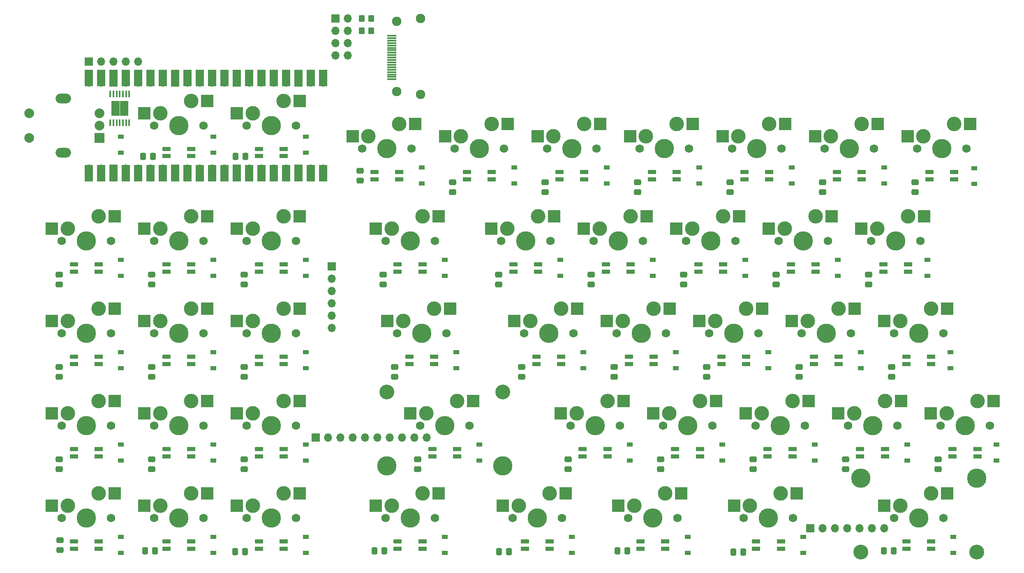
<source format=gbs>
%TF.GenerationSoftware,KiCad,Pcbnew,(6.0.5)*%
%TF.CreationDate,2022-07-14T01:39:24-06:00*%
%TF.ProjectId,kb,6b622e6b-6963-4616-945f-706362585858,rev?*%
%TF.SameCoordinates,Original*%
%TF.FileFunction,Soldermask,Bot*%
%TF.FilePolarity,Negative*%
%FSLAX46Y46*%
G04 Gerber Fmt 4.6, Leading zero omitted, Abs format (unit mm)*
G04 Created by KiCad (PCBNEW (6.0.5)) date 2022-07-14 01:39:24*
%MOMM*%
%LPD*%
G01*
G04 APERTURE LIST*
G04 Aperture macros list*
%AMRoundRect*
0 Rectangle with rounded corners*
0 $1 Rounding radius*
0 $2 $3 $4 $5 $6 $7 $8 $9 X,Y pos of 4 corners*
0 Add a 4 corners polygon primitive as box body*
4,1,4,$2,$3,$4,$5,$6,$7,$8,$9,$2,$3,0*
0 Add four circle primitives for the rounded corners*
1,1,$1+$1,$2,$3*
1,1,$1+$1,$4,$5*
1,1,$1+$1,$6,$7*
1,1,$1+$1,$8,$9*
0 Add four rect primitives between the rounded corners*
20,1,$1+$1,$2,$3,$4,$5,0*
20,1,$1+$1,$4,$5,$6,$7,0*
20,1,$1+$1,$6,$7,$8,$9,0*
20,1,$1+$1,$8,$9,$2,$3,0*%
G04 Aperture macros list end*
%ADD10RoundRect,0.250000X0.350000X0.450000X-0.350000X0.450000X-0.350000X-0.450000X0.350000X-0.450000X0*%
%ADD11C,3.987800*%
%ADD12C,1.750000*%
%ADD13C,3.000000*%
%ADD14R,2.550000X2.500000*%
%ADD15R,1.700000X1.700000*%
%ADD16O,1.700000X1.700000*%
%ADD17O,3.200000X2.000000*%
%ADD18R,2.000000X2.000000*%
%ADD19C,2.000000*%
%ADD20C,3.048000*%
%ADD21RoundRect,0.250000X0.475000X-0.337500X0.475000X0.337500X-0.475000X0.337500X-0.475000X-0.337500X0*%
%ADD22R,1.200000X0.900000*%
%ADD23RoundRect,0.250000X-0.475000X0.337500X-0.475000X-0.337500X0.475000X-0.337500X0.475000X0.337500X0*%
%ADD24R,1.700000X0.820000*%
%ADD25RoundRect,0.205000X0.645000X0.205000X-0.645000X0.205000X-0.645000X-0.205000X0.645000X-0.205000X0*%
%ADD26RoundRect,0.250000X0.337500X0.475000X-0.337500X0.475000X-0.337500X-0.475000X0.337500X-0.475000X0*%
%ADD27R,1.700000X3.500000*%
%ADD28R,1.900000X0.300000*%
%ADD29C,1.950000*%
%ADD30R,0.450000X1.450000*%
%ADD31R,1.800000X1.500000*%
G04 APERTURE END LIST*
D10*
%TO.C,R2*%
X95996000Y-47117000D03*
X93996000Y-47117000D03*
%TD*%
%TO.C,R1*%
X95996000Y-44577000D03*
X93996000Y-44577000D03*
%TD*%
D11*
%TO.C,MX22*%
X132556250Y-109537500D03*
D12*
X127476250Y-109537500D03*
D13*
X135096250Y-104457500D03*
D12*
X137636250Y-109537500D03*
D13*
X128746250Y-106997500D03*
D14*
X125471250Y-106997500D03*
X138398250Y-104457500D03*
%TD*%
D12*
%TO.C,MX14*%
X141763750Y-90487500D03*
X151923750Y-90487500D03*
D11*
X146843750Y-90487500D03*
D13*
X143033750Y-87947500D03*
X149383750Y-85407500D03*
D14*
X139758750Y-87947500D03*
X152685750Y-85407500D03*
%TD*%
D12*
%TO.C,MX2*%
X80486250Y-66675000D03*
D13*
X71596250Y-64135000D03*
D12*
X70326250Y-66675000D03*
D11*
X75406250Y-66675000D03*
D13*
X77946250Y-61595000D03*
D14*
X68321250Y-64135000D03*
X81248250Y-61595000D03*
%TD*%
D15*
%TO.C,J6*%
X87884000Y-95758000D03*
D16*
X87884000Y-98298000D03*
X87884000Y-100838000D03*
X87884000Y-103378000D03*
X87884000Y-105918000D03*
X87884000Y-108458000D03*
%TD*%
D12*
%TO.C,MX24*%
X175736250Y-109537500D03*
D11*
X170656250Y-109537500D03*
D12*
X165576250Y-109537500D03*
D13*
X166846250Y-106997500D03*
X173196250Y-104457500D03*
D14*
X163571250Y-106997500D03*
X176498250Y-104457500D03*
%TD*%
D17*
%TO.C,SW1*%
X32543750Y-61075000D03*
X32543750Y-72275000D03*
D18*
X40043750Y-69175000D03*
D19*
X40043750Y-64175000D03*
X40043750Y-66675000D03*
X25543750Y-64175000D03*
X25543750Y-69175000D03*
%TD*%
D12*
%TO.C,MX34*%
X204311250Y-128587500D03*
D13*
X201771250Y-123507500D03*
D11*
X199231250Y-128587500D03*
D12*
X194151250Y-128587500D03*
D13*
X195421250Y-126047500D03*
D14*
X192146250Y-126047500D03*
X205073250Y-123507500D03*
%TD*%
D15*
%TO.C,J5*%
X186436000Y-149733000D03*
D16*
X188976000Y-149733000D03*
X191516000Y-149733000D03*
X194056000Y-149733000D03*
X196596000Y-149733000D03*
X199136000Y-149733000D03*
X201676000Y-149733000D03*
%TD*%
D13*
%TO.C,MX15*%
X168433750Y-85407500D03*
D12*
X170973750Y-90487500D03*
X160813750Y-90487500D03*
D13*
X162083750Y-87947500D03*
D11*
X165893750Y-90487500D03*
D14*
X158808750Y-87947500D03*
X171735750Y-85407500D03*
%TD*%
D12*
%TO.C,MX43*%
X213836250Y-147637500D03*
D20*
X220694250Y-154622500D03*
X196818250Y-154622500D03*
D13*
X204946250Y-145097500D03*
D11*
X220694250Y-139382500D03*
D13*
X211296250Y-142557500D03*
D11*
X196818250Y-139382500D03*
D12*
X203676250Y-147637500D03*
D11*
X208756250Y-147637500D03*
D14*
X201671250Y-145097500D03*
X214598250Y-142557500D03*
%TD*%
D12*
%TO.C,MX18*%
X32226250Y-109537500D03*
D13*
X39846250Y-104457500D03*
X33496250Y-106997500D03*
D12*
X42386250Y-109537500D03*
D11*
X37306250Y-109537500D03*
D14*
X30221250Y-106997500D03*
X43148250Y-104457500D03*
%TD*%
D12*
%TO.C,MX7*%
X180498750Y-71437500D03*
X170338750Y-71437500D03*
D11*
X175418750Y-71437500D03*
D13*
X177958750Y-66357500D03*
X171608750Y-68897500D03*
D14*
X168333750Y-68897500D03*
X181260750Y-66357500D03*
%TD*%
D15*
%TO.C,J3*%
X37782500Y-53467000D03*
D16*
X40322500Y-53467000D03*
X42862500Y-53467000D03*
X45402500Y-53467000D03*
X47942500Y-53467000D03*
%TD*%
D13*
%TO.C,MX26*%
X211296250Y-104457500D03*
D12*
X213836250Y-109537500D03*
D11*
X208756250Y-109537500D03*
D13*
X204946250Y-106997500D03*
D12*
X203676250Y-109537500D03*
D14*
X201671250Y-106997500D03*
X214598250Y-104457500D03*
%TD*%
D12*
%TO.C,MX10*%
X61436250Y-90487500D03*
D13*
X58896250Y-85407500D03*
X52546250Y-87947500D03*
D11*
X56356250Y-90487500D03*
D12*
X51276250Y-90487500D03*
D14*
X49271250Y-87947500D03*
X62198250Y-85407500D03*
%TD*%
D12*
%TO.C,MX11*%
X80486250Y-90487500D03*
X70326250Y-90487500D03*
D13*
X71596250Y-87947500D03*
X77946250Y-85407500D03*
D11*
X75406250Y-90487500D03*
D14*
X68321250Y-87947500D03*
X81248250Y-85407500D03*
%TD*%
D12*
%TO.C,MX27*%
X32226250Y-128587500D03*
D13*
X33496250Y-126047500D03*
X39846250Y-123507500D03*
D12*
X42386250Y-128587500D03*
D11*
X37306250Y-128587500D03*
D14*
X30221250Y-126047500D03*
X43148250Y-123507500D03*
%TD*%
D12*
%TO.C,MX25*%
X194786250Y-109537500D03*
D13*
X192246250Y-104457500D03*
D12*
X184626250Y-109537500D03*
D11*
X189706250Y-109537500D03*
D13*
X185896250Y-106997500D03*
D14*
X182621250Y-106997500D03*
X195548250Y-104457500D03*
%TD*%
D13*
%TO.C,MX21*%
X102552500Y-106997500D03*
X108902500Y-104457500D03*
D12*
X101282500Y-109537500D03*
D11*
X106362500Y-109537500D03*
D12*
X111442500Y-109537500D03*
D14*
X99277500Y-106997500D03*
X112204500Y-104457500D03*
%TD*%
D12*
%TO.C,MX37*%
X61436250Y-147637500D03*
X51276250Y-147637500D03*
D13*
X52546250Y-145097500D03*
X58896250Y-142557500D03*
D11*
X56356250Y-147637500D03*
D14*
X49271250Y-145097500D03*
X62198250Y-142557500D03*
%TD*%
D12*
%TO.C,MX13*%
X132873750Y-90487500D03*
X122713750Y-90487500D03*
D13*
X130333750Y-85407500D03*
X123983750Y-87947500D03*
D11*
X127793750Y-90487500D03*
D14*
X120708750Y-87947500D03*
X133635750Y-85407500D03*
%TD*%
D13*
%TO.C,MX35*%
X214471250Y-126047500D03*
X220821250Y-123507500D03*
D12*
X213201250Y-128587500D03*
D11*
X218281250Y-128587500D03*
D12*
X223361250Y-128587500D03*
D14*
X211196250Y-126047500D03*
X224123250Y-123507500D03*
%TD*%
D13*
%TO.C,MX28*%
X58896250Y-123507500D03*
D12*
X51276250Y-128587500D03*
X61436250Y-128587500D03*
D11*
X56356250Y-128587500D03*
D13*
X52546250Y-126047500D03*
D14*
X49271250Y-126047500D03*
X62198250Y-123507500D03*
%TD*%
D13*
%TO.C,MX3*%
X101758750Y-66357500D03*
D12*
X94138750Y-71437500D03*
D11*
X99218750Y-71437500D03*
D13*
X95408750Y-68897500D03*
D12*
X104298750Y-71437500D03*
D14*
X92133750Y-68897500D03*
X105060750Y-66357500D03*
%TD*%
D15*
%TO.C,J4*%
X84587000Y-131064000D03*
D16*
X87127000Y-131064000D03*
X89667000Y-131064000D03*
X92207000Y-131064000D03*
X94747000Y-131064000D03*
X97287000Y-131064000D03*
X99827000Y-131064000D03*
X102367000Y-131064000D03*
X104907000Y-131064000D03*
X107447000Y-131064000D03*
%TD*%
D13*
%TO.C,MX9*%
X39846250Y-85407500D03*
X33496250Y-87947500D03*
D11*
X37306250Y-90487500D03*
D12*
X42386250Y-90487500D03*
X32226250Y-90487500D03*
D14*
X30221250Y-87947500D03*
X43148250Y-85407500D03*
%TD*%
D13*
%TO.C,MX1*%
X58896250Y-61595000D03*
D12*
X61436250Y-66675000D03*
D13*
X52546250Y-64135000D03*
D12*
X51276250Y-66675000D03*
D11*
X56356250Y-66675000D03*
D14*
X49271250Y-64135000D03*
X62198250Y-61595000D03*
%TD*%
D13*
%TO.C,MX32*%
X163671250Y-123507500D03*
X157321250Y-126047500D03*
D11*
X161131250Y-128587500D03*
D12*
X156051250Y-128587500D03*
X166211250Y-128587500D03*
D14*
X154046250Y-126047500D03*
X166973250Y-123507500D03*
%TD*%
D11*
%TO.C,MX40*%
X130175000Y-147637500D03*
D12*
X125095000Y-147637500D03*
D13*
X132715000Y-142557500D03*
D12*
X135255000Y-147637500D03*
D13*
X126365000Y-145097500D03*
D14*
X123090000Y-145097500D03*
X136017000Y-142557500D03*
%TD*%
D13*
%TO.C,MX5*%
X133508750Y-68897500D03*
D11*
X137318750Y-71437500D03*
D13*
X139858750Y-66357500D03*
D12*
X132238750Y-71437500D03*
X142398750Y-71437500D03*
D14*
X130233750Y-68897500D03*
X143160750Y-66357500D03*
%TD*%
D12*
%TO.C,MX39*%
X98901250Y-147637500D03*
D11*
X103981250Y-147637500D03*
D12*
X109061250Y-147637500D03*
D13*
X100171250Y-145097500D03*
X106521250Y-142557500D03*
D14*
X96896250Y-145097500D03*
X109823250Y-142557500D03*
%TD*%
D12*
%TO.C,MX16*%
X190023750Y-90487500D03*
D11*
X184943750Y-90487500D03*
D13*
X187483750Y-85407500D03*
D12*
X179863750Y-90487500D03*
D13*
X181133750Y-87947500D03*
D14*
X177858750Y-87947500D03*
X190785750Y-85407500D03*
%TD*%
D12*
%TO.C,MX38*%
X70326250Y-147637500D03*
D11*
X75406250Y-147637500D03*
D12*
X80486250Y-147637500D03*
D13*
X71596250Y-145097500D03*
X77946250Y-142557500D03*
D14*
X68321250Y-145097500D03*
X81248250Y-142557500D03*
%TD*%
D13*
%TO.C,MX31*%
X138271250Y-126047500D03*
D12*
X147161250Y-128587500D03*
X137001250Y-128587500D03*
D13*
X144621250Y-123507500D03*
D11*
X142081250Y-128587500D03*
D14*
X134996250Y-126047500D03*
X147923250Y-123507500D03*
%TD*%
D12*
%TO.C,MX8*%
X199548750Y-71437500D03*
D11*
X194468750Y-71437500D03*
D12*
X189388750Y-71437500D03*
D13*
X197008750Y-66357500D03*
X190658750Y-68897500D03*
D14*
X187383750Y-68897500D03*
X200310750Y-66357500D03*
%TD*%
D13*
%TO.C,MX41*%
X156527500Y-142557500D03*
D11*
X153987500Y-147637500D03*
D12*
X159067500Y-147637500D03*
X148907500Y-147637500D03*
D13*
X150177500Y-145097500D03*
D14*
X146902500Y-145097500D03*
X159829500Y-142557500D03*
%TD*%
D13*
%TO.C,MX20*%
X71596250Y-106997500D03*
D12*
X70326250Y-109537500D03*
D13*
X77946250Y-104457500D03*
D11*
X75406250Y-109537500D03*
D12*
X80486250Y-109537500D03*
D14*
X68321250Y-106997500D03*
X81248250Y-104457500D03*
%TD*%
D12*
%TO.C,MX17*%
X209073750Y-90487500D03*
D11*
X203993750Y-90487500D03*
D12*
X198913750Y-90487500D03*
D13*
X200183750Y-87947500D03*
X206533750Y-85407500D03*
D14*
X196908750Y-87947500D03*
X209835750Y-85407500D03*
%TD*%
D13*
%TO.C,MX4*%
X114458750Y-68897500D03*
D12*
X123348750Y-71437500D03*
D11*
X118268750Y-71437500D03*
D13*
X120808750Y-66357500D03*
D12*
X113188750Y-71437500D03*
D14*
X111183750Y-68897500D03*
X124110750Y-66357500D03*
%TD*%
D12*
%TO.C,MX42*%
X172720000Y-147637500D03*
X182880000Y-147637500D03*
D13*
X173990000Y-145097500D03*
D11*
X177800000Y-147637500D03*
D13*
X180340000Y-142557500D03*
D14*
X170715000Y-145097500D03*
X183642000Y-142557500D03*
%TD*%
D15*
%TO.C,J1*%
X88646000Y-44577000D03*
D16*
X91186000Y-44577000D03*
X88646000Y-47117000D03*
X91186000Y-47117000D03*
X88646000Y-49657000D03*
X91186000Y-49657000D03*
X88646000Y-52197000D03*
X91186000Y-52197000D03*
%TD*%
D12*
%TO.C,MX23*%
X156686250Y-109537500D03*
D11*
X151606250Y-109537500D03*
D12*
X146526250Y-109537500D03*
D13*
X147796250Y-106997500D03*
X154146250Y-104457500D03*
D14*
X144521250Y-106997500D03*
X157448250Y-104457500D03*
%TD*%
D13*
%TO.C,MX33*%
X182721250Y-123507500D03*
D12*
X185261250Y-128587500D03*
X175101250Y-128587500D03*
D11*
X180181250Y-128587500D03*
D13*
X176371250Y-126047500D03*
D14*
X173096250Y-126047500D03*
X186023250Y-123507500D03*
%TD*%
D13*
%TO.C,MX36*%
X39846250Y-142557500D03*
X33496250Y-145097500D03*
D12*
X42386250Y-147637500D03*
X32226250Y-147637500D03*
D11*
X37306250Y-147637500D03*
D14*
X30221250Y-145097500D03*
X43148250Y-142557500D03*
%TD*%
D12*
%TO.C,MX12*%
X109061250Y-90487500D03*
D11*
X103981250Y-90487500D03*
D13*
X106521250Y-85407500D03*
D12*
X98901250Y-90487500D03*
D13*
X100171250Y-87947500D03*
D14*
X96896250Y-87947500D03*
X109823250Y-85407500D03*
%TD*%
D12*
%TO.C,MX30*%
X116205000Y-128587500D03*
D11*
X111125000Y-128587500D03*
X123063000Y-136842500D03*
D20*
X123063000Y-121602500D03*
D11*
X99187000Y-136842500D03*
D13*
X113665000Y-123507500D03*
X107315000Y-126047500D03*
D20*
X99187000Y-121602500D03*
D12*
X106045000Y-128587500D03*
D14*
X104040000Y-126047500D03*
X116967000Y-123507500D03*
%TD*%
D11*
%TO.C,MX29*%
X75406250Y-128587500D03*
D13*
X71596250Y-126047500D03*
D12*
X80486250Y-128587500D03*
X70326250Y-128587500D03*
D13*
X77946250Y-123507500D03*
D14*
X68321250Y-126047500D03*
X81248250Y-123507500D03*
%TD*%
D11*
%TO.C,MX19*%
X56356250Y-109537500D03*
D12*
X61436250Y-109537500D03*
X51276250Y-109537500D03*
D13*
X52546250Y-106997500D03*
X58896250Y-104457500D03*
D14*
X49271250Y-106997500D03*
X62198250Y-104457500D03*
%TD*%
D12*
%TO.C,MX6*%
X151288750Y-71437500D03*
D13*
X152558750Y-68897500D03*
D12*
X161448750Y-71437500D03*
D13*
X158908750Y-66357500D03*
D11*
X156368750Y-71437500D03*
D14*
X149283750Y-68897500D03*
X162210750Y-66357500D03*
%TD*%
D13*
%TO.C,MX44*%
X216058750Y-66357500D03*
D11*
X213518750Y-71437500D03*
D13*
X209708750Y-68897500D03*
D12*
X218598750Y-71437500D03*
X208438750Y-71437500D03*
D14*
X206433750Y-68897500D03*
X219360750Y-66357500D03*
%TD*%
D21*
%TO.C,C3*%
X93662500Y-78031250D03*
X93662500Y-75956250D03*
%TD*%
D22*
%TO.C,D26*%
X215265000Y-116743750D03*
X215265000Y-113443750D03*
%TD*%
%TO.C,D12*%
X111125000Y-97693750D03*
X111125000Y-94393750D03*
%TD*%
%TO.C,D38*%
X82550000Y-154843750D03*
X82550000Y-151543750D03*
%TD*%
%TO.C,D39*%
X111125000Y-154843750D03*
X111125000Y-151543750D03*
%TD*%
%TO.C,D36*%
X44450000Y-154843750D03*
X44450000Y-151543750D03*
%TD*%
D23*
%TO.C,C26*%
X203200000Y-116437500D03*
X203200000Y-118512500D03*
%TD*%
D24*
%TO.C,D110*%
X58906250Y-96793750D03*
X58906250Y-95293750D03*
D25*
X53806250Y-95293750D03*
D24*
X53806250Y-96793750D03*
%TD*%
D23*
%TO.C,C8*%
X188912500Y-78337500D03*
X188912500Y-80412500D03*
%TD*%
D24*
%TO.C,D138*%
X77956250Y-153943750D03*
X77956250Y-152443750D03*
D25*
X72856250Y-152443750D03*
D24*
X72856250Y-153943750D03*
%TD*%
%TO.C,D101*%
X58906250Y-72981250D03*
X58906250Y-71481250D03*
D25*
X53806250Y-71481250D03*
D24*
X53806250Y-72981250D03*
%TD*%
D22*
%TO.C,D40*%
X137318750Y-154843750D03*
X137318750Y-151543750D03*
%TD*%
%TO.C,D22*%
X139700000Y-116743750D03*
X139700000Y-113443750D03*
%TD*%
%TO.C,D29*%
X82550000Y-135793750D03*
X82550000Y-132493750D03*
%TD*%
D23*
%TO.C,C34*%
X193675000Y-135487500D03*
X193675000Y-137562500D03*
%TD*%
D24*
%TO.C,D130*%
X113675000Y-134893750D03*
X113675000Y-133393750D03*
D25*
X108575000Y-133393750D03*
D24*
X108575000Y-134893750D03*
%TD*%
D23*
%TO.C,C27*%
X31750000Y-135487500D03*
X31750000Y-137562500D03*
%TD*%
D24*
%TO.C,D117*%
X206543750Y-96793750D03*
X206543750Y-95293750D03*
D25*
X201443750Y-95293750D03*
D24*
X201443750Y-96793750D03*
%TD*%
%TO.C,D144*%
X216068750Y-77743750D03*
X216068750Y-76243750D03*
D25*
X210968750Y-76243750D03*
D24*
X210968750Y-77743750D03*
%TD*%
D23*
%TO.C,C32*%
X155575000Y-135487500D03*
X155575000Y-137562500D03*
%TD*%
D24*
%TO.C,D106*%
X158918750Y-77743750D03*
X158918750Y-76243750D03*
D25*
X153818750Y-76243750D03*
D24*
X153818750Y-77743750D03*
%TD*%
D26*
%TO.C,C40*%
X124354500Y-154559000D03*
X122279500Y-154559000D03*
%TD*%
D22*
%TO.C,D25*%
X196850000Y-116743750D03*
X196850000Y-113443750D03*
%TD*%
D24*
%TO.C,D137*%
X58906250Y-153943750D03*
X58906250Y-152443750D03*
D25*
X53806250Y-152443750D03*
D24*
X53806250Y-153943750D03*
%TD*%
D26*
%TO.C,C39*%
X98700500Y-154432000D03*
X96625500Y-154432000D03*
%TD*%
D22*
%TO.C,D8*%
X201612500Y-78643750D03*
X201612500Y-75343750D03*
%TD*%
%TO.C,D28*%
X63500000Y-135793750D03*
X63500000Y-132493750D03*
%TD*%
D24*
%TO.C,D128*%
X58906250Y-134893750D03*
X58906250Y-133393750D03*
D25*
X53806250Y-133393750D03*
D24*
X53806250Y-134893750D03*
%TD*%
%TO.C,D136*%
X39856250Y-153943750D03*
X39856250Y-152443750D03*
D25*
X34756250Y-152443750D03*
D24*
X34756250Y-153943750D03*
%TD*%
%TO.C,D109*%
X39856250Y-96793750D03*
X39856250Y-95293750D03*
D25*
X34756250Y-95293750D03*
D24*
X34756250Y-96793750D03*
%TD*%
%TO.C,D127*%
X39856250Y-134893750D03*
X39856250Y-133393750D03*
D25*
X34756250Y-133393750D03*
D24*
X34756250Y-134893750D03*
%TD*%
%TO.C,D119*%
X58906250Y-115843750D03*
X58906250Y-114343750D03*
D25*
X53806250Y-114343750D03*
D24*
X53806250Y-115843750D03*
%TD*%
D22*
%TO.C,D5*%
X144462500Y-78643750D03*
X144462500Y-75343750D03*
%TD*%
D23*
%TO.C,C30*%
X105568750Y-135487500D03*
X105568750Y-137562500D03*
%TD*%
D22*
%TO.C,D32*%
X168275000Y-135793750D03*
X168275000Y-132493750D03*
%TD*%
D23*
%TO.C,C17*%
X198437500Y-97387500D03*
X198437500Y-99462500D03*
%TD*%
D24*
%TO.C,D104*%
X120818750Y-77743750D03*
X120818750Y-76243750D03*
D25*
X115718750Y-76243750D03*
D24*
X115718750Y-77743750D03*
%TD*%
D23*
%TO.C,C19*%
X50800000Y-116437500D03*
X50800000Y-118512500D03*
%TD*%
D22*
%TO.C,D4*%
X125412500Y-78643750D03*
X125412500Y-75343750D03*
%TD*%
%TO.C,D35*%
X224790000Y-135793750D03*
X224790000Y-132493750D03*
%TD*%
%TO.C,D44*%
X220218000Y-78739000D03*
X220218000Y-75439000D03*
%TD*%
D26*
%TO.C,C2*%
X70093750Y-73025000D03*
X68018750Y-73025000D03*
%TD*%
D22*
%TO.C,D18*%
X44450000Y-116743750D03*
X44450000Y-113443750D03*
%TD*%
%TO.C,D11*%
X82550000Y-97693750D03*
X82550000Y-94393750D03*
%TD*%
D24*
%TO.C,D114*%
X149393750Y-96793750D03*
X149393750Y-95293750D03*
D25*
X144293750Y-95293750D03*
D24*
X144293750Y-96793750D03*
%TD*%
D26*
%TO.C,C43*%
X203602500Y-154432000D03*
X201527500Y-154432000D03*
%TD*%
D22*
%TO.C,D41*%
X161131250Y-154843750D03*
X161131250Y-151543750D03*
%TD*%
D26*
%TO.C,C42*%
X172614500Y-154686000D03*
X170539500Y-154686000D03*
%TD*%
D22*
%TO.C,D31*%
X149225000Y-135793750D03*
X149225000Y-132493750D03*
%TD*%
D24*
%TO.C,D132*%
X163681250Y-134893750D03*
X163681250Y-133393750D03*
D25*
X158581250Y-133393750D03*
D24*
X158581250Y-134893750D03*
%TD*%
D27*
%TO.C,U1*%
X37782500Y-56885000D03*
D16*
X37782500Y-57785000D03*
D27*
X40322500Y-56885000D03*
D16*
X40322500Y-57785000D03*
D27*
X42862500Y-56885000D03*
D15*
X42862500Y-57785000D03*
D27*
X45402500Y-56885000D03*
D16*
X45402500Y-57785000D03*
D27*
X47942500Y-56885000D03*
D16*
X47942500Y-57785000D03*
X50482500Y-57785000D03*
D27*
X50482500Y-56885000D03*
X53022500Y-56885000D03*
D16*
X53022500Y-57785000D03*
D15*
X55562500Y-57785000D03*
D27*
X55562500Y-56885000D03*
X58102500Y-56885000D03*
D16*
X58102500Y-57785000D03*
D27*
X60642500Y-56885000D03*
D16*
X60642500Y-57785000D03*
D27*
X63182500Y-56885000D03*
D16*
X63182500Y-57785000D03*
D27*
X65722500Y-56885000D03*
D16*
X65722500Y-57785000D03*
D15*
X68262500Y-57785000D03*
D27*
X68262500Y-56885000D03*
D16*
X70802500Y-57785000D03*
D27*
X70802500Y-56885000D03*
X73342500Y-56885000D03*
D16*
X73342500Y-57785000D03*
X75882500Y-57785000D03*
D27*
X75882500Y-56885000D03*
X78422500Y-56885000D03*
D16*
X78422500Y-57785000D03*
D15*
X80962500Y-57785000D03*
D27*
X80962500Y-56885000D03*
X83502500Y-56885000D03*
D16*
X83502500Y-57785000D03*
X86042500Y-57785000D03*
D27*
X86042500Y-56885000D03*
D16*
X86042500Y-75565000D03*
D27*
X86042500Y-76465000D03*
D16*
X83502500Y-75565000D03*
D27*
X83502500Y-76465000D03*
D15*
X80962500Y-75565000D03*
D27*
X80962500Y-76465000D03*
X78422500Y-76465000D03*
D16*
X78422500Y-75565000D03*
X75882500Y-75565000D03*
D27*
X75882500Y-76465000D03*
X73342500Y-76465000D03*
D16*
X73342500Y-75565000D03*
D27*
X70802500Y-76465000D03*
D16*
X70802500Y-75565000D03*
D15*
X68262500Y-75565000D03*
D27*
X68262500Y-76465000D03*
D16*
X65722500Y-75565000D03*
D27*
X65722500Y-76465000D03*
D16*
X63182500Y-75565000D03*
D27*
X63182500Y-76465000D03*
X60642500Y-76465000D03*
D16*
X60642500Y-75565000D03*
D27*
X58102500Y-76465000D03*
D16*
X58102500Y-75565000D03*
D15*
X55562500Y-75565000D03*
D27*
X55562500Y-76465000D03*
X53022500Y-76465000D03*
D16*
X53022500Y-75565000D03*
X50482500Y-75565000D03*
D27*
X50482500Y-76465000D03*
X47942500Y-76465000D03*
D16*
X47942500Y-75565000D03*
D27*
X45402500Y-76465000D03*
D16*
X45402500Y-75565000D03*
D15*
X42862500Y-75565000D03*
D27*
X42862500Y-76465000D03*
D16*
X40322500Y-75565000D03*
D27*
X40322500Y-76465000D03*
X37782500Y-76465000D03*
D16*
X37782500Y-75565000D03*
%TD*%
D24*
%TO.C,D108*%
X197018750Y-77743750D03*
X197018750Y-76243750D03*
D25*
X191918750Y-76243750D03*
D24*
X191918750Y-77743750D03*
%TD*%
D22*
%TO.C,D37*%
X63500000Y-154843750D03*
X63500000Y-151543750D03*
%TD*%
D24*
%TO.C,D121*%
X108912500Y-115843750D03*
X108912500Y-114343750D03*
D25*
X103812500Y-114343750D03*
D24*
X103812500Y-115843750D03*
%TD*%
%TO.C,D112*%
X106531250Y-96793750D03*
X106531250Y-95293750D03*
D25*
X101431250Y-95293750D03*
D24*
X101431250Y-96793750D03*
%TD*%
D22*
%TO.C,D42*%
X184943750Y-154843750D03*
X184943750Y-151543750D03*
%TD*%
D26*
%TO.C,C1*%
X51043750Y-73025000D03*
X48968750Y-73025000D03*
%TD*%
D21*
%TO.C,C36*%
X31877000Y-154231250D03*
X31877000Y-152156250D03*
%TD*%
D22*
%TO.C,D33*%
X187325000Y-135793750D03*
X187325000Y-132493750D03*
%TD*%
D24*
%TO.C,D105*%
X139868750Y-77743750D03*
X139868750Y-76243750D03*
D25*
X134768750Y-76243750D03*
D24*
X134768750Y-77743750D03*
%TD*%
%TO.C,D125*%
X192256250Y-115843750D03*
X192256250Y-114343750D03*
D25*
X187156250Y-114343750D03*
D24*
X187156250Y-115843750D03*
%TD*%
D23*
%TO.C,C31*%
X136525000Y-135487500D03*
X136525000Y-137562500D03*
%TD*%
D22*
%TO.C,D14*%
X153987500Y-97693750D03*
X153987500Y-94393750D03*
%TD*%
%TO.C,D7*%
X182562500Y-78643750D03*
X182562500Y-75343750D03*
%TD*%
D28*
%TO.C,J2*%
X100240750Y-57137500D03*
X100240750Y-56637500D03*
X100240750Y-56137500D03*
X100240750Y-55637500D03*
X100240750Y-55137500D03*
X100240750Y-54637500D03*
X100240750Y-54137500D03*
X100240750Y-53637500D03*
X100240750Y-53137500D03*
X100240750Y-52637500D03*
X100240750Y-52137500D03*
X100240750Y-51637500D03*
X100240750Y-51137500D03*
X100240750Y-50637500D03*
X100240750Y-50137500D03*
X100240750Y-49637500D03*
X100240750Y-49137500D03*
X100240750Y-48637500D03*
X100240750Y-48137500D03*
D29*
X101240750Y-59637500D03*
X101240750Y-45137500D03*
X106140750Y-44537500D03*
X106140750Y-60237500D03*
%TD*%
D24*
%TO.C,D139*%
X106531250Y-153943750D03*
X106531250Y-152443750D03*
D25*
X101431250Y-152443750D03*
D24*
X101431250Y-153943750D03*
%TD*%
D23*
%TO.C,C12*%
X98425000Y-97387500D03*
X98425000Y-99462500D03*
%TD*%
%TO.C,C20*%
X69850000Y-116437500D03*
X69850000Y-118512500D03*
%TD*%
D24*
%TO.C,D113*%
X130343750Y-96793750D03*
X130343750Y-95293750D03*
D25*
X125243750Y-95293750D03*
D24*
X125243750Y-96793750D03*
%TD*%
D23*
%TO.C,C21*%
X100806250Y-116437500D03*
X100806250Y-118512500D03*
%TD*%
%TO.C,C6*%
X150812500Y-78337500D03*
X150812500Y-80412500D03*
%TD*%
D22*
%TO.C,D0*%
X44450000Y-72293750D03*
X44450000Y-68993750D03*
%TD*%
%TO.C,D30*%
X118268750Y-135793750D03*
X118268750Y-132493750D03*
%TD*%
D23*
%TO.C,C11*%
X69850000Y-97387500D03*
X69850000Y-99462500D03*
%TD*%
D24*
%TO.C,D131*%
X144631250Y-134893750D03*
X144631250Y-133393750D03*
D25*
X139531250Y-133393750D03*
D24*
X139531250Y-134893750D03*
%TD*%
%TO.C,D135*%
X220831250Y-134893750D03*
X220831250Y-133393750D03*
D25*
X215731250Y-133393750D03*
D24*
X215731250Y-134893750D03*
%TD*%
D23*
%TO.C,C22*%
X127000000Y-116437500D03*
X127000000Y-118512500D03*
%TD*%
D24*
%TO.C,D120*%
X77956250Y-115843750D03*
X77956250Y-114343750D03*
D25*
X72856250Y-114343750D03*
D24*
X72856250Y-115843750D03*
%TD*%
%TO.C,D143*%
X211306250Y-153943750D03*
X211306250Y-152443750D03*
D25*
X206206250Y-152443750D03*
D24*
X206206250Y-153943750D03*
%TD*%
D23*
%TO.C,C16*%
X179387500Y-97387500D03*
X179387500Y-99462500D03*
%TD*%
D22*
%TO.C,D1*%
X63500000Y-72293750D03*
X63500000Y-68993750D03*
%TD*%
D26*
%TO.C,C37*%
X51456500Y-154432000D03*
X49381500Y-154432000D03*
%TD*%
D23*
%TO.C,C9*%
X31750000Y-97387500D03*
X31750000Y-99462500D03*
%TD*%
D22*
%TO.C,D17*%
X210566000Y-97662000D03*
X210566000Y-94362000D03*
%TD*%
%TO.C,D6*%
X163512500Y-78643750D03*
X163512500Y-75343750D03*
%TD*%
%TO.C,D21*%
X113506250Y-116743750D03*
X113506250Y-113443750D03*
%TD*%
D23*
%TO.C,C24*%
X165100000Y-116437500D03*
X165100000Y-118512500D03*
%TD*%
D24*
%TO.C,D141*%
X156537500Y-153943750D03*
X156537500Y-152443750D03*
D25*
X151437500Y-152443750D03*
D24*
X151437500Y-153943750D03*
%TD*%
D23*
%TO.C,C35*%
X212725000Y-135487500D03*
X212725000Y-137562500D03*
%TD*%
D22*
%TO.C,D23*%
X158750000Y-116743750D03*
X158750000Y-113443750D03*
%TD*%
D24*
%TO.C,D126*%
X211306250Y-115843750D03*
X211306250Y-114343750D03*
D25*
X206206250Y-114343750D03*
D24*
X206206250Y-115843750D03*
%TD*%
D22*
%TO.C,D20*%
X82550000Y-116743750D03*
X82550000Y-113443750D03*
%TD*%
%TO.C,D16*%
X192087500Y-97693750D03*
X192087500Y-94393750D03*
%TD*%
D23*
%TO.C,C4*%
X112712500Y-78337500D03*
X112712500Y-80412500D03*
%TD*%
D22*
%TO.C,D9*%
X44450000Y-97693750D03*
X44450000Y-94393750D03*
%TD*%
D23*
%TO.C,C18*%
X31750000Y-116437500D03*
X31750000Y-118512500D03*
%TD*%
D24*
%TO.C,D134*%
X201781250Y-134893750D03*
X201781250Y-133393750D03*
D25*
X196681250Y-133393750D03*
D24*
X196681250Y-134893750D03*
%TD*%
D22*
%TO.C,D2*%
X82550000Y-72293750D03*
X82550000Y-68993750D03*
%TD*%
%TO.C,D13*%
X134937500Y-97693750D03*
X134937500Y-94393750D03*
%TD*%
D26*
%TO.C,C41*%
X148738500Y-154432000D03*
X146663500Y-154432000D03*
%TD*%
D24*
%TO.C,D116*%
X187493750Y-96793750D03*
X187493750Y-95293750D03*
D25*
X182393750Y-95293750D03*
D24*
X182393750Y-96793750D03*
%TD*%
%TO.C,D140*%
X132725000Y-153943750D03*
X132725000Y-152443750D03*
D25*
X127625000Y-152443750D03*
D24*
X127625000Y-153943750D03*
%TD*%
D23*
%TO.C,C14*%
X141287500Y-97387500D03*
X141287500Y-99462500D03*
%TD*%
%TO.C,C5*%
X131762500Y-78337500D03*
X131762500Y-80412500D03*
%TD*%
D22*
%TO.C,D24*%
X177800000Y-116743750D03*
X177800000Y-113443750D03*
%TD*%
D24*
%TO.C,D124*%
X173206250Y-115843750D03*
X173206250Y-114343750D03*
D25*
X168106250Y-114343750D03*
D24*
X168106250Y-115843750D03*
%TD*%
D23*
%TO.C,C33*%
X174625000Y-135487500D03*
X174625000Y-137562500D03*
%TD*%
D24*
%TO.C,D102*%
X77956250Y-72981250D03*
X77956250Y-71481250D03*
D25*
X72856250Y-71481250D03*
D24*
X72856250Y-72981250D03*
%TD*%
D23*
%TO.C,C15*%
X160337500Y-97387500D03*
X160337500Y-99462500D03*
%TD*%
D24*
%TO.C,D123*%
X154156250Y-115843750D03*
X154156250Y-114343750D03*
D25*
X149056250Y-114343750D03*
D24*
X149056250Y-115843750D03*
%TD*%
D22*
%TO.C,D3*%
X106362500Y-78643750D03*
X106362500Y-75343750D03*
%TD*%
D23*
%TO.C,C13*%
X122237500Y-97387500D03*
X122237500Y-99462500D03*
%TD*%
%TO.C,C23*%
X146050000Y-116437500D03*
X146050000Y-118512500D03*
%TD*%
D24*
%TO.C,D103*%
X101768750Y-77743750D03*
X101768750Y-76243750D03*
D25*
X96668750Y-76243750D03*
D24*
X96668750Y-77743750D03*
%TD*%
D22*
%TO.C,D19*%
X63500000Y-116743750D03*
X63500000Y-113443750D03*
%TD*%
D24*
%TO.C,D142*%
X180350000Y-153943750D03*
X180350000Y-152443750D03*
D25*
X175250000Y-152443750D03*
D24*
X175250000Y-153943750D03*
%TD*%
%TO.C,D111*%
X77956250Y-96793750D03*
X77956250Y-95293750D03*
D25*
X72856250Y-95293750D03*
D24*
X72856250Y-96793750D03*
%TD*%
D22*
%TO.C,D34*%
X206375000Y-135793750D03*
X206375000Y-132493750D03*
%TD*%
D23*
%TO.C,C25*%
X184150000Y-116437500D03*
X184150000Y-118512500D03*
%TD*%
D24*
%TO.C,D118*%
X39856250Y-115843750D03*
X39856250Y-114343750D03*
D25*
X34756250Y-114343750D03*
D24*
X34756250Y-115843750D03*
%TD*%
D30*
%TO.C,U2*%
X42246000Y-60169000D03*
X42896000Y-60169000D03*
X43546000Y-60169000D03*
X44196000Y-60169000D03*
X44846000Y-60169000D03*
X45496000Y-60169000D03*
X46146000Y-60169000D03*
X46146000Y-66069000D03*
X45496000Y-66069000D03*
X44846000Y-66069000D03*
X44196000Y-66069000D03*
X43546000Y-66069000D03*
X42896000Y-66069000D03*
X42246000Y-66069000D03*
D31*
X43296000Y-63869000D03*
X43296000Y-62369000D03*
X45096000Y-62369000D03*
X45096000Y-63869000D03*
%TD*%
D23*
%TO.C,C29*%
X69850000Y-135487500D03*
X69850000Y-137562500D03*
%TD*%
D24*
%TO.C,D133*%
X182731250Y-134893750D03*
X182731250Y-133393750D03*
D25*
X177631250Y-133393750D03*
D24*
X177631250Y-134893750D03*
%TD*%
D22*
%TO.C,D43*%
X215900000Y-154843750D03*
X215900000Y-151543750D03*
%TD*%
%TO.C,D27*%
X44450000Y-135793750D03*
X44450000Y-132493750D03*
%TD*%
D24*
%TO.C,D107*%
X177968750Y-77743750D03*
X177968750Y-76243750D03*
D25*
X172868750Y-76243750D03*
D24*
X172868750Y-77743750D03*
%TD*%
%TO.C,D115*%
X168443750Y-96793750D03*
X168443750Y-95293750D03*
D25*
X163343750Y-95293750D03*
D24*
X163343750Y-96793750D03*
%TD*%
D23*
%TO.C,C7*%
X169862500Y-78337500D03*
X169862500Y-80412500D03*
%TD*%
D24*
%TO.C,D122*%
X135106250Y-115843750D03*
X135106250Y-114343750D03*
D25*
X130006250Y-114343750D03*
D24*
X130006250Y-115843750D03*
%TD*%
%TO.C,D129*%
X77956250Y-134893750D03*
X77956250Y-133393750D03*
D25*
X72856250Y-133393750D03*
D24*
X72856250Y-134893750D03*
%TD*%
D26*
%TO.C,C38*%
X70023900Y-154533600D03*
X67948900Y-154533600D03*
%TD*%
D22*
%TO.C,D10*%
X63500000Y-97693750D03*
X63500000Y-94393750D03*
%TD*%
%TO.C,D15*%
X173037500Y-97693750D03*
X173037500Y-94393750D03*
%TD*%
D23*
%TO.C,C28*%
X50800000Y-135487500D03*
X50800000Y-137562500D03*
%TD*%
%TO.C,C10*%
X50800000Y-97387500D03*
X50800000Y-99462500D03*
%TD*%
%TO.C,C44*%
X207962500Y-78337500D03*
X207962500Y-80412500D03*
%TD*%
M02*

</source>
